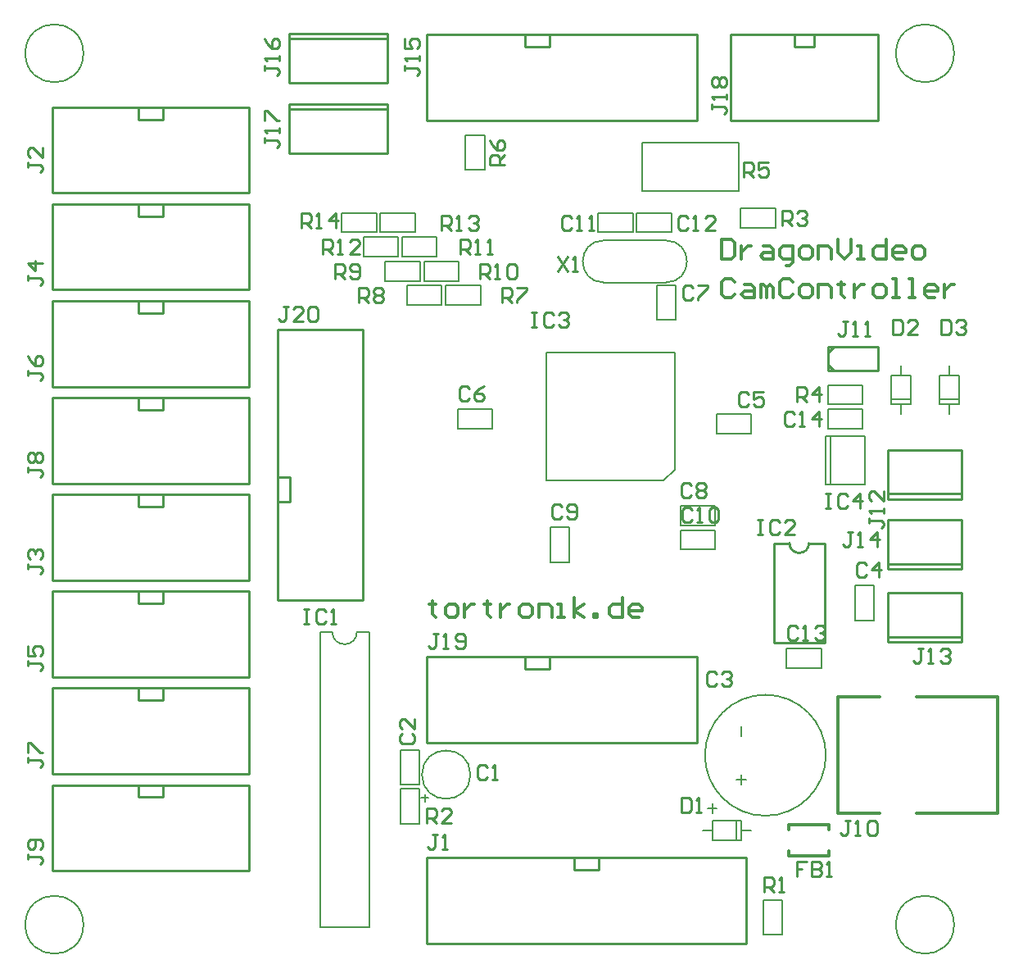
<source format=gto>
%FSLAX25Y25*%
%MOIN*%
G70*
G01*
G75*
G04 Layer_Color=65535*
%ADD10R,0.04331X0.05512*%
%ADD11R,0.05512X0.04331*%
%ADD12R,0.05906X0.05000*%
%ADD13R,0.03937X0.01575*%
%ADD14R,0.04724X0.01181*%
%ADD15R,0.01181X0.04724*%
%ADD16R,0.04921X0.01181*%
%ADD17C,0.01181*%
%ADD18C,0.05906*%
%ADD19C,0.01969*%
%ADD20C,0.03937*%
%ADD21C,0.04331*%
%ADD22C,0.11811*%
%ADD23C,0.06000*%
%ADD24C,0.06693*%
%ADD25C,0.05906*%
%ADD26C,0.06299*%
%ADD27O,0.06299X0.06535*%
%ADD28O,0.06535X0.06299*%
%ADD29C,0.03937*%
%ADD30C,0.03543*%
%ADD31C,0.00787*%
%ADD32C,0.01000*%
D17*
X531890Y244685D02*
Y246654D01*
Y255315D02*
Y257283D01*
X515354Y255315D02*
Y257283D01*
Y244685D02*
Y246654D01*
Y257283D02*
X531890D01*
X515354Y244685D02*
X531890D01*
X567323Y309134D02*
X600394D01*
X535433D02*
X552362D01*
X535433Y261732D02*
X552362D01*
X567323Y261811D02*
X600394D01*
X535433Y261732D02*
Y285433D01*
Y309134D01*
X600394Y261811D02*
Y309134D01*
Y261732D02*
Y261811D01*
X370406Y348095D02*
Y346783D01*
X369094D01*
X371718D01*
X370406D01*
Y342847D01*
X371718Y341535D01*
X376966D02*
X379590D01*
X380902Y342847D01*
Y345471D01*
X379590Y346783D01*
X376966D01*
X375654Y345471D01*
Y342847D01*
X376966Y341535D01*
X383525Y346783D02*
Y341535D01*
Y344159D01*
X384837Y345471D01*
X386149Y346783D01*
X387461D01*
X392709Y348095D02*
Y346783D01*
X391397D01*
X394021D01*
X392709D01*
Y342847D01*
X394021Y341535D01*
X397957Y346783D02*
Y341535D01*
Y344159D01*
X399269Y345471D01*
X400580Y346783D01*
X401892D01*
X407140Y341535D02*
X409764D01*
X411076Y342847D01*
Y345471D01*
X409764Y346783D01*
X407140D01*
X405828Y345471D01*
Y342847D01*
X407140Y341535D01*
X413699D02*
Y346783D01*
X417635D01*
X418947Y345471D01*
Y341535D01*
X421571D02*
X424195D01*
X422883D01*
Y346783D01*
X421571D01*
X428131Y341535D02*
Y349407D01*
Y344159D02*
X432066Y346783D01*
X428131Y344159D02*
X432066Y341535D01*
X436002D02*
Y342847D01*
X437314D01*
Y341535D01*
X436002D01*
X447809Y349407D02*
Y341535D01*
X443874D01*
X442562Y342847D01*
Y345471D01*
X443874Y346783D01*
X447809D01*
X454369Y341535D02*
X451745D01*
X450433Y342847D01*
Y345471D01*
X451745Y346783D01*
X454369D01*
X455681Y345471D01*
Y344159D01*
X450433D01*
X488189Y495076D02*
Y487205D01*
X492125D01*
X493437Y488517D01*
Y493764D01*
X492125Y495076D01*
X488189D01*
X496061Y492452D02*
Y487205D01*
Y489828D01*
X497372Y491141D01*
X498684Y492452D01*
X499996D01*
X505244D02*
X507868D01*
X509180Y491141D01*
Y487205D01*
X505244D01*
X503932Y488517D01*
X505244Y489828D01*
X509180D01*
X514427Y484581D02*
X515739D01*
X517051Y485893D01*
Y492452D01*
X513115D01*
X511803Y491141D01*
Y488517D01*
X513115Y487205D01*
X517051D01*
X520987D02*
X523611D01*
X524923Y488517D01*
Y491141D01*
X523611Y492452D01*
X520987D01*
X519675Y491141D01*
Y488517D01*
X520987Y487205D01*
X527546D02*
Y492452D01*
X531482D01*
X532794Y491141D01*
Y487205D01*
X535418Y495076D02*
Y489828D01*
X538042Y487205D01*
X540665Y489828D01*
Y495076D01*
X543289Y487205D02*
X545913D01*
X544601D01*
Y492452D01*
X543289D01*
X555097Y495076D02*
Y487205D01*
X551161D01*
X549849Y488517D01*
Y491141D01*
X551161Y492452D01*
X555097D01*
X561656Y487205D02*
X559032D01*
X557720Y488517D01*
Y491141D01*
X559032Y492452D01*
X561656D01*
X562968Y491141D01*
Y489828D01*
X557720D01*
X566904Y487205D02*
X569528D01*
X570840Y488517D01*
Y491141D01*
X569528Y492452D01*
X566904D01*
X565592Y491141D01*
Y488517D01*
X566904Y487205D01*
X493437Y478016D02*
X492125Y479328D01*
X489501D01*
X488189Y478016D01*
Y472769D01*
X489501Y471457D01*
X492125D01*
X493437Y472769D01*
X497372Y476704D02*
X499996D01*
X501308Y475392D01*
Y471457D01*
X497372D01*
X496061Y472769D01*
X497372Y474081D01*
X501308D01*
X503932Y471457D02*
Y476704D01*
X505244D01*
X506556Y475392D01*
Y471457D01*
Y475392D01*
X507868Y476704D01*
X509180Y475392D01*
Y471457D01*
X517051Y478016D02*
X515739Y479328D01*
X513115D01*
X511803Y478016D01*
Y472769D01*
X513115Y471457D01*
X515739D01*
X517051Y472769D01*
X520987Y471457D02*
X523611D01*
X524923Y472769D01*
Y475392D01*
X523611Y476704D01*
X520987D01*
X519675Y475392D01*
Y472769D01*
X520987Y471457D01*
X527546D02*
Y476704D01*
X531482D01*
X532794Y475392D01*
Y471457D01*
X536730Y478016D02*
Y476704D01*
X535418D01*
X538042D01*
X536730D01*
Y472769D01*
X538042Y471457D01*
X541977Y476704D02*
Y471457D01*
Y474081D01*
X543289Y475392D01*
X544601Y476704D01*
X545913D01*
X551161Y471457D02*
X553785D01*
X555097Y472769D01*
Y475392D01*
X553785Y476704D01*
X551161D01*
X549849Y475392D01*
Y472769D01*
X551161Y471457D01*
X557720D02*
X560344D01*
X559032D01*
Y479328D01*
X557720D01*
X564280Y471457D02*
X566904D01*
X565592D01*
Y479328D01*
X564280D01*
X574775Y471457D02*
X572151D01*
X570840Y472769D01*
Y475392D01*
X572151Y476704D01*
X574775D01*
X576087Y475392D01*
Y474081D01*
X570840D01*
X578711Y476704D02*
Y471457D01*
Y474081D01*
X580023Y475392D01*
X581335Y476704D01*
X582647D01*
D31*
X385827Y277559D02*
G03*
X385827Y277559I-9843J0D01*
G01*
X465413Y477677D02*
G03*
X465413Y494764I0J8543D01*
G01*
X440098D02*
G03*
X440098Y477677I0J-8543D01*
G01*
X329646Y335591D02*
G03*
X339646Y335591I5000J0D01*
G01*
X530512Y285433D02*
G03*
X530512Y285433I-24606J0D01*
G01*
X228346Y216535D02*
G03*
X228346Y216535I-11811J0D01*
G01*
Y570866D02*
G03*
X228346Y570866I-11811J0D01*
G01*
X582677D02*
G03*
X582677Y570866I-11811J0D01*
G01*
Y216535D02*
G03*
X582677Y216535I-11811J0D01*
G01*
X362598Y505905D02*
X363386D01*
Y502756D02*
Y505905D01*
Y498032D02*
Y502756D01*
X358661Y498032D02*
X363386D01*
X349213D02*
X358661D01*
X349213D02*
Y504331D01*
Y505905D01*
X361417D01*
X362598D01*
X371457Y496063D02*
X372244D01*
Y492913D02*
Y496063D01*
Y488189D02*
Y492913D01*
X367520Y488189D02*
X372244D01*
X358071D02*
X367520D01*
X358071D02*
Y494488D01*
Y496063D01*
X370276D01*
X371457D01*
X351181Y478346D02*
X351969D01*
X351181D02*
Y481496D01*
Y486221D01*
X355906D01*
X365354D01*
Y479921D02*
Y486221D01*
Y478346D02*
Y479921D01*
X353150Y478346D02*
X365354D01*
X351969D02*
X353150D01*
X360039Y468504D02*
X360827D01*
X360039D02*
Y471654D01*
Y476378D01*
X364764D01*
X374213D01*
Y470079D02*
Y476378D01*
Y468504D02*
Y470079D01*
X362008Y468504D02*
X374213D01*
X360827D02*
X362008D01*
X389173Y476378D02*
X389961D01*
Y473228D02*
Y476378D01*
Y468504D02*
Y473228D01*
X385236Y468504D02*
X389961D01*
X375787D02*
X385236D01*
X375787D02*
Y474803D01*
Y476378D01*
X387992D01*
X389173D01*
X380315Y486221D02*
X381102D01*
Y483071D02*
Y486221D01*
Y478346D02*
Y483071D01*
X376378Y478346D02*
X381102D01*
X366929D02*
X376378D01*
X366929D02*
Y484646D01*
Y486221D01*
X379134D01*
X380315D01*
X342323Y488189D02*
X343110D01*
X342323D02*
Y491339D01*
Y496063D01*
X347047D01*
X356496D01*
Y489764D02*
Y496063D01*
Y488189D02*
Y489764D01*
X344291Y488189D02*
X356496D01*
X343110D02*
X344291D01*
X333465Y498032D02*
X334252D01*
X333465D02*
Y501181D01*
Y505905D01*
X338189D01*
X347638D01*
Y499606D02*
Y505905D01*
Y498032D02*
Y499606D01*
X335433Y498032D02*
X347638D01*
X334252D02*
X335433D01*
X367323Y266535D02*
Y269685D01*
X365748Y268110D02*
X368898D01*
X357283Y286811D02*
Y287598D01*
X360433D01*
X365158D01*
Y282874D02*
Y287598D01*
Y273425D02*
Y282874D01*
X358858Y273425D02*
X365158D01*
X357283D02*
X358858D01*
X357283D02*
Y285630D01*
Y286811D01*
X365158Y258465D02*
Y259646D01*
Y271850D01*
X363583D02*
X365158D01*
X357283D02*
X363583D01*
X357283Y262402D02*
Y271850D01*
Y257677D02*
Y262402D01*
Y257677D02*
X362008D01*
X365158D01*
Y258465D01*
X486024Y416339D02*
X486811D01*
X486024D02*
Y419488D01*
Y424213D01*
X490748D01*
X500197D01*
Y417913D02*
Y424213D01*
Y416339D02*
Y417913D01*
X487992Y416339D02*
X500197D01*
X486811D02*
X487992D01*
X543504Y436024D02*
X544685D01*
X531299D02*
X543504D01*
X531299Y434449D02*
Y436024D01*
Y428150D02*
Y434449D01*
Y428150D02*
X540748D01*
X545472D01*
Y432874D01*
Y436024D01*
X544685D02*
X545472D01*
X544685Y426181D02*
X545472D01*
Y423032D02*
Y426181D01*
Y418307D02*
Y423032D01*
X540748Y418307D02*
X545472D01*
X531299D02*
X540748D01*
X531299D02*
Y424606D01*
Y426181D01*
X543504D01*
X544685D01*
X532480Y395669D02*
Y415354D01*
X530512D02*
X546260D01*
X530512Y395669D02*
X546260D01*
X530512D02*
Y415354D01*
X546260Y395669D02*
Y415354D01*
X461614Y475787D02*
Y476575D01*
X464764D01*
X469488D01*
Y471850D02*
Y476575D01*
Y462402D02*
Y471850D01*
X463189Y462402D02*
X469488D01*
X461614D02*
X463189D01*
X461614D02*
Y474606D01*
Y475787D01*
X455709Y534449D02*
X475394D01*
X455709Y514764D02*
Y534449D01*
Y514764D02*
X495079D01*
Y534449D01*
X475394D02*
X495079D01*
X508071Y507874D02*
X509252D01*
X495866D02*
X508071D01*
X495866Y506299D02*
Y507874D01*
Y500000D02*
Y506299D01*
Y500000D02*
X505315D01*
X510039D01*
Y504724D01*
Y507874D01*
X509252D02*
X510039D01*
X466929Y505905D02*
X467717D01*
Y502756D02*
Y505905D01*
Y498032D02*
Y502756D01*
X462992Y498032D02*
X467717D01*
X453543D02*
X462992D01*
X453543D02*
Y504331D01*
Y505905D01*
X465748D01*
X466929D01*
X437795Y498032D02*
X438583D01*
X437795D02*
Y501181D01*
Y505905D01*
X442520D01*
X451968D01*
Y499606D02*
Y505905D01*
Y498032D02*
Y499606D01*
X439764Y498032D02*
X451968D01*
X438583D02*
X439764D01*
X440098Y477677D02*
X465413D01*
X440098Y494764D02*
X465413D01*
X383858Y535630D02*
Y536811D01*
Y523425D02*
Y535630D01*
Y523425D02*
X385433D01*
X391732D01*
Y532874D01*
Y537598D01*
X387008D02*
X391732D01*
X383858D02*
X387008D01*
X383858Y536811D02*
Y537598D01*
X339646Y335591D02*
X344646D01*
Y330591D02*
Y335591D01*
Y325590D02*
Y330591D01*
X324646Y335591D02*
X329646D01*
X344646Y215591D02*
Y325590D01*
X324646Y215591D02*
X344646D01*
X324646D02*
Y335591D01*
X512795Y213189D02*
Y214370D01*
Y226575D01*
X511221D02*
X512795D01*
X504921D02*
X511221D01*
X504921Y217126D02*
Y226575D01*
Y212402D02*
Y217126D01*
Y212402D02*
X509646D01*
X512795D01*
Y213189D01*
X468957Y401654D02*
Y449272D01*
X416870D02*
X468957D01*
X416870Y397185D02*
Y449272D01*
Y397185D02*
X464488D01*
X468957Y401654D01*
X561024Y424213D02*
Y428150D01*
X559055D02*
X561024D01*
X557087D02*
X559055D01*
X557087D02*
Y439961D01*
X564961D01*
Y428150D02*
Y439961D01*
X561024Y428150D02*
X564961D01*
X561024Y439961D02*
Y443898D01*
X557087Y430118D02*
X564961D01*
X580709Y424213D02*
Y428150D01*
X578740D02*
X580709D01*
X576772D02*
X578740D01*
X576772D02*
Y439961D01*
X584646D01*
Y428150D02*
Y439961D01*
X580709Y428150D02*
X584646D01*
X580709Y439961D02*
Y443898D01*
X576772Y430118D02*
X584646D01*
X527953Y328740D02*
X528740D01*
Y325590D02*
Y328740D01*
Y320866D02*
Y325590D01*
X524016Y320866D02*
X528740D01*
X514567D02*
X524016D01*
X514567D02*
Y327165D01*
Y328740D01*
X526772D01*
X527953D01*
X484646Y376969D02*
X485433D01*
Y373819D02*
Y376969D01*
Y369094D02*
Y373819D01*
X480709Y369094D02*
X485433D01*
X471260D02*
X480709D01*
X471260D02*
Y375394D01*
Y376969D01*
X483465D01*
X484646D01*
X394094Y426181D02*
X394882D01*
Y423032D02*
Y426181D01*
Y418307D02*
Y423032D01*
X390158Y418307D02*
X394882D01*
X380709D02*
X390158D01*
X380709D02*
Y424606D01*
Y426181D01*
X392913D01*
X394094D01*
X484646Y386811D02*
X485433D01*
Y383661D02*
Y386811D01*
Y378937D02*
Y383661D01*
X480709Y378937D02*
X485433D01*
X471260D02*
X480709D01*
X471260D02*
Y385236D01*
Y386811D01*
X483465D01*
X484646D01*
X426181Y363976D02*
Y364764D01*
X423032Y363976D02*
X426181D01*
X418307D02*
X423032D01*
X418307D02*
Y368701D01*
Y378150D01*
X424606D01*
X426181D01*
Y365945D02*
Y378150D01*
Y364764D02*
Y365945D01*
X496063Y254921D02*
X500000D01*
X496063Y252953D02*
Y254921D01*
Y250984D02*
Y252953D01*
X484252Y250984D02*
X496063D01*
X484252D02*
Y258858D01*
X496063D01*
Y254921D02*
Y258858D01*
X480315Y254921D02*
X484252D01*
X494095Y250984D02*
Y258858D01*
X482283Y263779D02*
X486221D01*
X484252Y261811D02*
Y265748D01*
X496063Y293307D02*
Y297244D01*
X494095Y275590D02*
X498032D01*
X496063Y273622D02*
Y277559D01*
X542323Y353740D02*
Y354528D01*
X545472D01*
X550197D01*
Y349803D02*
Y354528D01*
Y340354D02*
Y349803D01*
X543898Y340354D02*
X550197D01*
X542323D02*
X543898D01*
X542323D02*
Y352559D01*
Y353740D01*
D32*
X515748Y371654D02*
G03*
X523622Y371654I3937J0D01*
G01*
X555709Y351535D02*
X585709D01*
X555709Y331535D02*
X585709D01*
Y351535D01*
X555709Y331535D02*
Y351535D01*
Y333661D02*
X585709D01*
X555709Y381063D02*
X585709D01*
X555709Y361063D02*
X585709D01*
Y381063D01*
X555709Y361063D02*
Y381063D01*
Y363189D02*
X585709D01*
X555709Y409606D02*
X585709D01*
X555709Y389606D02*
X585709D01*
Y409606D01*
X555709Y389606D02*
Y409606D01*
Y391732D02*
X585709D01*
X531339Y444350D02*
X533839Y441890D01*
X531339Y449350D02*
X533839Y451575D01*
X531339Y441890D02*
Y451575D01*
X551693D01*
Y441890D02*
Y451575D01*
X531339Y441890D02*
X551693D01*
X491653Y578406D02*
X551653D01*
X521654Y573622D02*
X525591D01*
Y578346D01*
X517717Y573622D02*
X521654D01*
X517717D02*
Y578346D01*
X491653Y543642D02*
X551653D01*
X491653D02*
X491732D01*
X491653D02*
Y578406D01*
X551653Y543642D02*
Y578406D01*
X466890Y578445D02*
X478228D01*
Y576024D02*
Y578445D01*
X466890Y543602D02*
X478228D01*
Y576024D01*
X368228Y578445D02*
X466890D01*
X418228Y573524D02*
Y578445D01*
X408228Y573524D02*
X418228D01*
X408228D02*
Y578445D01*
X368228Y543602D02*
X466890D01*
X368228D02*
Y578445D01*
X341929Y576772D02*
X351929D01*
X311929D02*
X341929D01*
X351929Y558898D02*
Y578898D01*
X311929Y558898D02*
Y578898D01*
X351929D01*
X311929Y558898D02*
X351929D01*
X341929Y548228D02*
X351929D01*
X311929D02*
X341929D01*
X351929Y530354D02*
Y550354D01*
X311929Y530354D02*
Y550354D01*
X351929D01*
X311929Y530354D02*
X351929D01*
X250905Y268406D02*
Y273327D01*
Y268406D02*
X260906D01*
Y273327D01*
X215905Y238484D02*
X284567D01*
X215905D02*
Y270905D01*
Y273327D01*
X284567D01*
X295905Y238484D02*
Y270905D01*
X284567Y238484D02*
X295905D01*
Y270905D02*
Y273327D01*
X284567D02*
X295905D01*
X250905Y307776D02*
Y312697D01*
Y307776D02*
X260906D01*
Y312697D01*
X215905Y277854D02*
X284567D01*
X215905D02*
Y310276D01*
Y312697D01*
X284567D01*
X295905Y277854D02*
Y310276D01*
X284567Y277854D02*
X295905D01*
Y310276D02*
Y312697D01*
X284567D02*
X295905D01*
X250905Y347146D02*
Y352067D01*
Y347146D02*
X260906D01*
Y352067D01*
X215905Y317224D02*
X284567D01*
X215905D02*
Y349646D01*
Y352067D01*
X284567D01*
X295905Y317224D02*
Y349646D01*
X284567Y317224D02*
X295905D01*
Y349646D02*
Y352067D01*
X284567D02*
X295905D01*
X250905Y386516D02*
Y391437D01*
Y386516D02*
X260906D01*
Y391437D01*
X215905Y356594D02*
X284567D01*
X215905D02*
Y389016D01*
Y391437D01*
X284567D01*
X295905Y356594D02*
Y389016D01*
X284567Y356594D02*
X295905D01*
Y389016D02*
Y391437D01*
X284567D02*
X295905D01*
X250905Y425886D02*
Y430807D01*
Y425886D02*
X260906D01*
Y430807D01*
X215905Y395965D02*
X284567D01*
X215905D02*
Y428386D01*
Y430807D01*
X284567D01*
X295905Y395965D02*
Y428386D01*
X284567Y395965D02*
X295905D01*
Y428386D02*
Y430807D01*
X284567D02*
X295905D01*
X250905Y465256D02*
Y470177D01*
Y465256D02*
X260906D01*
Y470177D01*
X215905Y435335D02*
X284567D01*
X215905D02*
Y467756D01*
Y470177D01*
X284567D01*
X295905Y435335D02*
Y467756D01*
X284567Y435335D02*
X295905D01*
Y467756D02*
Y470177D01*
X284567D02*
X295905D01*
X250905Y504626D02*
Y509547D01*
Y504626D02*
X260906D01*
Y509547D01*
X215905Y474705D02*
X284567D01*
X215905D02*
Y507126D01*
Y509547D01*
X284567D01*
X295905Y474705D02*
Y507126D01*
X284567Y474705D02*
X295905D01*
Y507126D02*
Y509547D01*
X284567D02*
X295905D01*
X250905Y543996D02*
Y548917D01*
Y543996D02*
X260906D01*
Y548917D01*
X215905Y514075D02*
X284567D01*
X215905D02*
Y546496D01*
Y548917D01*
X284567D01*
X295905Y514075D02*
Y546496D01*
X284567Y514075D02*
X295905D01*
Y546496D02*
Y548917D01*
X284567D02*
X295905D01*
X486732Y243799D02*
X498071D01*
Y241378D02*
Y243799D01*
X486732Y208957D02*
X498071D01*
Y241378D01*
X368071Y243799D02*
X486732D01*
X438071Y238878D02*
Y243799D01*
X428071Y238878D02*
X438071D01*
X428071D02*
Y243799D01*
X368071Y208957D02*
X486732D01*
X368071D02*
Y243799D01*
X509252Y371654D02*
X515748D01*
X523622D02*
X530118D01*
X509252Y331102D02*
X530118D01*
X509252D02*
Y371654D01*
X530118Y331102D02*
Y371654D01*
X307382Y447205D02*
Y458543D01*
X309803D01*
X342224Y447205D02*
Y458543D01*
X309803D02*
X342224D01*
X307382Y348543D02*
Y447205D01*
Y398543D02*
X312303D01*
Y388543D02*
Y398543D01*
X307382Y388543D02*
X312303D01*
X342224Y348543D02*
Y447205D01*
X307382Y348543D02*
X342224D01*
X466890Y325492D02*
X478228D01*
Y323071D02*
Y325492D01*
X466890Y290650D02*
X478228D01*
Y323071D01*
X368228Y325492D02*
X466890D01*
X418228Y320571D02*
Y325492D01*
X408228Y320571D02*
X418228D01*
X408228D02*
Y325492D01*
X368228Y290650D02*
X466890D01*
X368228D02*
Y325492D01*
X316929Y500000D02*
Y505998D01*
X319928D01*
X320928Y504998D01*
Y502999D01*
X319928Y501999D01*
X316929D01*
X318929D02*
X320928Y500000D01*
X322927D02*
X324926D01*
X323927D01*
Y505998D01*
X322927Y504998D01*
X330925Y500000D02*
Y505998D01*
X327926Y502999D01*
X331924D01*
X374016Y499016D02*
Y505014D01*
X377015D01*
X378014Y504014D01*
Y502015D01*
X377015Y501015D01*
X374016D01*
X376015D02*
X378014Y499016D01*
X380014D02*
X382013D01*
X381013D01*
Y505014D01*
X380014Y504014D01*
X385012D02*
X386012Y505014D01*
X388011D01*
X389011Y504014D01*
Y503015D01*
X388011Y502015D01*
X387012D01*
X388011D01*
X389011Y501015D01*
Y500015D01*
X388011Y499016D01*
X386012D01*
X385012Y500015D01*
X325787Y489173D02*
Y495171D01*
X328786D01*
X329786Y494172D01*
Y492172D01*
X328786Y491173D01*
X325787D01*
X327787D02*
X329786Y489173D01*
X331785D02*
X333785D01*
X332785D01*
Y495171D01*
X331785Y494172D01*
X340782Y489173D02*
X336784D01*
X340782Y493172D01*
Y494172D01*
X339783Y495171D01*
X337784D01*
X336784Y494172D01*
X381890Y489173D02*
Y495171D01*
X384889D01*
X385889Y494172D01*
Y492172D01*
X384889Y491173D01*
X381890D01*
X383889D02*
X385889Y489173D01*
X387888D02*
X389887D01*
X388888D01*
Y495171D01*
X387888Y494172D01*
X392886Y489173D02*
X394886D01*
X393886D01*
Y495171D01*
X392886Y494172D01*
X389764Y479331D02*
Y485329D01*
X392763D01*
X393762Y484329D01*
Y482330D01*
X392763Y481330D01*
X389764D01*
X391763D02*
X393762Y479331D01*
X395762D02*
X397761D01*
X396761D01*
Y485329D01*
X395762Y484329D01*
X400760D02*
X401760Y485329D01*
X403759D01*
X404759Y484329D01*
Y480330D01*
X403759Y479331D01*
X401760D01*
X400760Y480330D01*
Y484329D01*
X330709Y479331D02*
Y485329D01*
X333708D01*
X334707Y484329D01*
Y482330D01*
X333708Y481330D01*
X330709D01*
X332708D02*
X334707Y479331D01*
X336707Y480330D02*
X337706Y479331D01*
X339706D01*
X340705Y480330D01*
Y484329D01*
X339706Y485329D01*
X337706D01*
X336707Y484329D01*
Y483329D01*
X337706Y482330D01*
X340705D01*
X340551Y469488D02*
Y475486D01*
X343550D01*
X344550Y474487D01*
Y472487D01*
X343550Y471488D01*
X340551D01*
X342550D02*
X344550Y469488D01*
X346549Y474487D02*
X347549Y475486D01*
X349548D01*
X350548Y474487D01*
Y473487D01*
X349548Y472487D01*
X350548Y471488D01*
Y470488D01*
X349548Y469488D01*
X347549D01*
X346549Y470488D01*
Y471488D01*
X347549Y472487D01*
X346549Y473487D01*
Y474487D01*
X347549Y472487D02*
X349548D01*
X398622Y469488D02*
Y475486D01*
X401621D01*
X402621Y474487D01*
Y472487D01*
X401621Y471488D01*
X398622D01*
X400621D02*
X402621Y469488D01*
X404620Y475486D02*
X408619D01*
Y474487D01*
X404620Y470488D01*
Y469488D01*
X392778Y280589D02*
X391779Y281589D01*
X389779D01*
X388779Y280589D01*
Y276590D01*
X389779Y275590D01*
X391779D01*
X392778Y276590D01*
X394778Y275590D02*
X396777D01*
X395777D01*
Y281589D01*
X394778Y280589D01*
X358191Y294353D02*
X357191Y293353D01*
Y291354D01*
X358191Y290354D01*
X362189D01*
X363189Y291354D01*
Y293353D01*
X362189Y294353D01*
X363189Y300351D02*
Y296352D01*
X359190Y300351D01*
X358191D01*
X357191Y299351D01*
Y297352D01*
X358191Y296352D01*
X485915Y318424D02*
X484915Y319423D01*
X482915D01*
X481916Y318424D01*
Y314425D01*
X482915Y313425D01*
X484915D01*
X485915Y314425D01*
X487914Y318424D02*
X488913Y319423D01*
X490913D01*
X491913Y318424D01*
Y317424D01*
X490913Y316424D01*
X489913D01*
X490913D01*
X491913Y315424D01*
Y314425D01*
X490913Y313425D01*
X488913D01*
X487914Y314425D01*
X546930Y362914D02*
X545930Y363914D01*
X543931D01*
X542932Y362914D01*
Y358915D01*
X543931Y357916D01*
X545930D01*
X546930Y358915D01*
X551929Y357916D02*
Y363914D01*
X548930Y360915D01*
X552928D01*
X499078Y432164D02*
X498078Y433163D01*
X496078D01*
X495079Y432164D01*
Y428165D01*
X496078Y427165D01*
X498078D01*
X499078Y428165D01*
X505076Y433163D02*
X501077D01*
Y430164D01*
X503076Y431164D01*
X504076D01*
X505076Y430164D01*
Y428165D01*
X504076Y427165D01*
X502076D01*
X501077Y428165D01*
X385293Y434572D02*
X384294Y435571D01*
X382294D01*
X381294Y434572D01*
Y430573D01*
X382294Y429573D01*
X384294D01*
X385293Y430573D01*
X391291Y435571D02*
X389292Y434572D01*
X387293Y432572D01*
Y430573D01*
X388292Y429573D01*
X390292D01*
X391291Y430573D01*
Y431573D01*
X390292Y432572D01*
X387293D01*
X476440Y475471D02*
X475440Y476471D01*
X473441D01*
X472441Y475471D01*
Y471472D01*
X473441Y470472D01*
X475440D01*
X476440Y471472D01*
X478439Y476471D02*
X482438D01*
Y475471D01*
X478439Y471472D01*
Y470472D01*
X475899Y395230D02*
X474899Y396230D01*
X472900D01*
X471900Y395230D01*
Y391231D01*
X472900Y390231D01*
X474899D01*
X475899Y391231D01*
X477898Y395230D02*
X478898Y396230D01*
X480897D01*
X481897Y395230D01*
Y394230D01*
X480897Y393231D01*
X481897Y392231D01*
Y391231D01*
X480897Y390231D01*
X478898D01*
X477898Y391231D01*
Y392231D01*
X478898Y393231D01*
X477898Y394230D01*
Y395230D01*
X478898Y393231D02*
X480897D01*
X422962Y386561D02*
X421962Y387561D01*
X419963D01*
X418963Y386561D01*
Y382563D01*
X419963Y381563D01*
X421962D01*
X422962Y382563D01*
X424961D02*
X425961Y381563D01*
X427960D01*
X428960Y382563D01*
Y386561D01*
X427960Y387561D01*
X425961D01*
X424961Y386561D01*
Y385562D01*
X425961Y384562D01*
X428960D01*
X475914Y385330D02*
X474915Y386330D01*
X472915D01*
X471916Y385330D01*
Y381331D01*
X472915Y380331D01*
X474915D01*
X475914Y381331D01*
X477914Y380331D02*
X479913D01*
X478913D01*
Y386330D01*
X477914Y385330D01*
X482912D02*
X483912Y386330D01*
X485911D01*
X486911Y385330D01*
Y381331D01*
X485911Y380331D01*
X483912D01*
X482912Y381331D01*
Y385330D01*
X427227Y504014D02*
X426227Y505014D01*
X424228D01*
X423228Y504014D01*
Y500015D01*
X424228Y499016D01*
X426227D01*
X427227Y500015D01*
X429226Y499016D02*
X431226D01*
X430226D01*
Y505014D01*
X429226Y504014D01*
X434225Y499016D02*
X436224D01*
X435224D01*
Y505014D01*
X434225Y504014D01*
X474471D02*
X473471Y505014D01*
X471472D01*
X470472Y504014D01*
Y500015D01*
X471472Y499016D01*
X473471D01*
X474471Y500015D01*
X476471Y499016D02*
X478470D01*
X477470D01*
Y505014D01*
X476471Y504014D01*
X485468Y499016D02*
X481469D01*
X485468Y503015D01*
Y504014D01*
X484468Y505014D01*
X482469D01*
X481469Y504014D01*
X519199Y337083D02*
X518199Y338082D01*
X516200D01*
X515200Y337083D01*
Y333084D01*
X516200Y332084D01*
X518199D01*
X519199Y333084D01*
X521198Y332084D02*
X523197D01*
X522198D01*
Y338082D01*
X521198Y337083D01*
X526196D02*
X527196Y338082D01*
X529195D01*
X530195Y337083D01*
Y336083D01*
X529195Y335083D01*
X528196D01*
X529195D01*
X530195Y334084D01*
Y333084D01*
X529195Y332084D01*
X527196D01*
X526196Y333084D01*
X517778Y424290D02*
X516779Y425289D01*
X514779D01*
X513779Y424290D01*
Y420291D01*
X514779Y419291D01*
X516779D01*
X517778Y420291D01*
X519778Y419291D02*
X521777D01*
X520777D01*
Y425289D01*
X519778Y424290D01*
X527775Y419291D02*
Y425289D01*
X524776Y422290D01*
X528775D01*
X471758Y268250D02*
Y262252D01*
X474756D01*
X475756Y263252D01*
Y267250D01*
X474756Y268250D01*
X471758D01*
X477755Y262252D02*
X479755D01*
X478755D01*
Y268250D01*
X477755Y267250D01*
X557663Y462493D02*
Y456495D01*
X560662D01*
X561662Y457494D01*
Y461493D01*
X560662Y462493D01*
X557663D01*
X567660Y456495D02*
X563661D01*
X567660Y460493D01*
Y461493D01*
X566660Y462493D01*
X564661D01*
X563661Y461493D01*
X577390Y462467D02*
Y456468D01*
X580389D01*
X581389Y457468D01*
Y461467D01*
X580389Y462467D01*
X577390D01*
X583388Y461467D02*
X584387Y462467D01*
X586387D01*
X587387Y461467D01*
Y460467D01*
X586387Y459468D01*
X585387D01*
X586387D01*
X587387Y458468D01*
Y457468D01*
X586387Y456468D01*
X584387D01*
X583388Y457468D01*
X522699Y242218D02*
X518701D01*
Y239219D01*
X520700D01*
X518701D01*
Y236221D01*
X524699Y242218D02*
Y236221D01*
X527698D01*
X528698Y237220D01*
Y238220D01*
X527698Y239219D01*
X524699D01*
X527698D01*
X528698Y240219D01*
Y241219D01*
X527698Y242218D01*
X524699D01*
X530697Y236221D02*
X532696D01*
X531697D01*
Y242218D01*
X530697Y241219D01*
X318075Y344958D02*
X320074D01*
X319075D01*
Y338960D01*
X318075D01*
X320074D01*
X327072Y343958D02*
X326072Y344958D01*
X324073D01*
X323073Y343958D01*
Y339960D01*
X324073Y338960D01*
X326072D01*
X327072Y339960D01*
X329071Y338960D02*
X331071D01*
X330071D01*
Y344958D01*
X329071Y343958D01*
X502747Y381198D02*
X504747D01*
X503747D01*
Y375200D01*
X502747D01*
X504747D01*
X511744Y380198D02*
X510745Y381198D01*
X508745D01*
X507746Y380198D01*
Y376200D01*
X508745Y375200D01*
X510745D01*
X511744Y376200D01*
X517742Y375200D02*
X513744D01*
X517742Y379199D01*
Y380198D01*
X516743Y381198D01*
X514743D01*
X513744Y380198D01*
X410642Y465471D02*
X412642D01*
X411642D01*
Y459472D01*
X410642D01*
X412642D01*
X419640Y464471D02*
X418640Y465471D01*
X416641D01*
X415641Y464471D01*
Y460472D01*
X416641Y459472D01*
X418640D01*
X419640Y460472D01*
X421639Y464471D02*
X422639Y465471D01*
X424638D01*
X425638Y464471D01*
Y463471D01*
X424638Y462471D01*
X423638D01*
X424638D01*
X425638Y461472D01*
Y460472D01*
X424638Y459472D01*
X422639D01*
X421639Y460472D01*
X530512Y391825D02*
X532511D01*
X531511D01*
Y385827D01*
X530512D01*
X532511D01*
X539509Y390825D02*
X538509Y391825D01*
X536510D01*
X535510Y390825D01*
Y386826D01*
X536510Y385827D01*
X538509D01*
X539509Y386826D01*
X544507Y385827D02*
Y391825D01*
X541508Y388826D01*
X545507D01*
X372569Y253256D02*
X370569D01*
X371569D01*
Y248257D01*
X370569Y247257D01*
X369570D01*
X368570Y248257D01*
X374568Y247257D02*
X376568D01*
X375568D01*
Y253256D01*
X374568Y252256D01*
X205616Y526637D02*
Y524637D01*
Y525637D01*
X210614D01*
X211614Y524637D01*
Y523637D01*
X210614Y522638D01*
X211614Y532635D02*
Y528636D01*
X207615Y532635D01*
X206616D01*
X205616Y531635D01*
Y529635D01*
X206616Y528636D01*
X205616Y363251D02*
Y361251D01*
Y362251D01*
X210614D01*
X211614Y361251D01*
Y360252D01*
X210614Y359252D01*
X206616Y365250D02*
X205616Y366250D01*
Y368249D01*
X206616Y369249D01*
X207615D01*
X208615Y368249D01*
Y367249D01*
Y368249D01*
X209615Y369249D01*
X210614D01*
X211614Y368249D01*
Y366250D01*
X210614Y365250D01*
X205616Y480377D02*
Y478377D01*
Y479377D01*
X210614D01*
X211614Y478377D01*
Y477378D01*
X210614Y476378D01*
X211614Y485375D02*
X205616D01*
X208615Y482376D01*
Y486375D01*
X205616Y323881D02*
Y321881D01*
Y322881D01*
X210614D01*
X211614Y321881D01*
Y320882D01*
X210614Y319882D01*
X205616Y329879D02*
Y325880D01*
X208615D01*
X207615Y327879D01*
Y328879D01*
X208615Y329879D01*
X210614D01*
X211614Y328879D01*
Y326880D01*
X210614Y325880D01*
X205616Y441991D02*
Y439992D01*
Y440991D01*
X210614D01*
X211614Y439992D01*
Y438992D01*
X210614Y437992D01*
X205616Y447989D02*
X206616Y445990D01*
X208615Y443990D01*
X210614D01*
X211614Y444990D01*
Y446989D01*
X210614Y447989D01*
X209615D01*
X208615Y446989D01*
Y443990D01*
X205616Y284510D02*
Y282511D01*
Y283511D01*
X210614D01*
X211614Y282511D01*
Y281511D01*
X210614Y280512D01*
X205616Y286510D02*
Y290509D01*
X206616D01*
X210614Y286510D01*
X211614D01*
X205616Y402621D02*
Y400621D01*
Y401621D01*
X210614D01*
X211614Y400621D01*
Y399622D01*
X210614Y398622D01*
X206616Y404620D02*
X205616Y405620D01*
Y407619D01*
X206616Y408619D01*
X207615D01*
X208615Y407619D01*
X209615Y408619D01*
X210614D01*
X211614Y407619D01*
Y405620D01*
X210614Y404620D01*
X209615D01*
X208615Y405620D01*
X207615Y404620D01*
X206616D01*
X208615Y405620D02*
Y407619D01*
X205616Y245140D02*
Y243141D01*
Y244141D01*
X210614D01*
X211614Y243141D01*
Y242141D01*
X210614Y241142D01*
Y247140D02*
X211614Y248140D01*
Y250139D01*
X210614Y251138D01*
X206616D01*
X205616Y250139D01*
Y248140D01*
X206616Y247140D01*
X207615D01*
X208615Y248140D01*
Y251138D01*
X540416Y258951D02*
X538417D01*
X539416D01*
Y253952D01*
X538417Y252953D01*
X537417D01*
X536417Y253952D01*
X542415Y252953D02*
X544415D01*
X543415D01*
Y258951D01*
X542415Y257951D01*
X547414D02*
X548413Y258951D01*
X550413D01*
X551412Y257951D01*
Y253952D01*
X550413Y252953D01*
X548413D01*
X547414Y253952D01*
Y257951D01*
X539432Y461707D02*
X537432D01*
X538432D01*
Y456708D01*
X537432Y455709D01*
X536433D01*
X535433Y456708D01*
X541431Y455709D02*
X543431D01*
X542431D01*
Y461707D01*
X541431Y460707D01*
X546429Y455709D02*
X548429D01*
X547429D01*
Y461707D01*
X546429Y460707D01*
X548136Y381951D02*
Y379952D01*
Y380952D01*
X553134D01*
X554134Y379952D01*
Y378952D01*
X553134Y377953D01*
X554134Y383951D02*
Y385950D01*
Y384950D01*
X548136D01*
X549135Y383951D01*
X554134Y392948D02*
Y388949D01*
X550135Y392948D01*
X549135D01*
X548136Y391948D01*
Y389949D01*
X549135Y388949D01*
X569944Y328833D02*
X567944D01*
X568944D01*
Y323834D01*
X567944Y322835D01*
X566945D01*
X565945Y323834D01*
X571943Y322835D02*
X573942D01*
X572943D01*
Y328833D01*
X571943Y327833D01*
X576941D02*
X577941Y328833D01*
X579940D01*
X580940Y327833D01*
Y326833D01*
X579940Y325834D01*
X578941D01*
X579940D01*
X580940Y324834D01*
Y323834D01*
X579940Y322835D01*
X577941D01*
X576941Y323834D01*
X541400Y376077D02*
X539401D01*
X540401D01*
Y371078D01*
X539401Y370079D01*
X538401D01*
X537402Y371078D01*
X543400Y370079D02*
X545399D01*
X544399D01*
Y376077D01*
X543400Y375077D01*
X551397Y370079D02*
Y376077D01*
X548398Y373078D01*
X552397D01*
X359159Y566007D02*
Y564007D01*
Y565007D01*
X364158D01*
X365158Y564007D01*
Y563007D01*
X364158Y562008D01*
X365158Y568006D02*
Y570005D01*
Y569006D01*
X359159D01*
X360159Y568006D01*
X359159Y577003D02*
Y573004D01*
X362158D01*
X361159Y575004D01*
Y576003D01*
X362158Y577003D01*
X364158D01*
X365158Y576003D01*
Y574004D01*
X364158Y573004D01*
X505500Y230016D02*
Y236014D01*
X508499D01*
X509499Y235014D01*
Y233015D01*
X508499Y232015D01*
X505500D01*
X507499D02*
X509499Y230016D01*
X511498D02*
X513497D01*
X512498D01*
Y236014D01*
X511498Y235014D01*
X368110Y257874D02*
Y263872D01*
X371109D01*
X372109Y262872D01*
Y260873D01*
X371109Y259873D01*
X368110D01*
X370110D02*
X372109Y257874D01*
X378107D02*
X374108D01*
X378107Y261873D01*
Y262872D01*
X377107Y263872D01*
X375108D01*
X374108Y262872D01*
X512795Y500984D02*
Y506982D01*
X515794D01*
X516794Y505983D01*
Y503983D01*
X515794Y502984D01*
X512795D01*
X514795D02*
X516794Y500984D01*
X518793Y505983D02*
X519793Y506982D01*
X521792D01*
X522792Y505983D01*
Y504983D01*
X521792Y503983D01*
X520793D01*
X521792D01*
X522792Y502984D01*
Y501984D01*
X521792Y500984D01*
X519793D01*
X518793Y501984D01*
X518701Y429134D02*
Y435132D01*
X521700D01*
X522699Y434132D01*
Y432133D01*
X521700Y431133D01*
X518701D01*
X520700D02*
X522699Y429134D01*
X527698D02*
Y435132D01*
X524699Y432133D01*
X528698D01*
X497047Y520669D02*
Y526667D01*
X500046D01*
X501046Y525668D01*
Y523668D01*
X500046Y522669D01*
X497047D01*
X499047D02*
X501046Y520669D01*
X507044Y526667D02*
X503045D01*
Y523668D01*
X505045Y524668D01*
X506044D01*
X507044Y523668D01*
Y521669D01*
X506044Y520669D01*
X504045D01*
X503045Y521669D01*
X399606Y525591D02*
X393608D01*
Y528590D01*
X394608Y529589D01*
X396607D01*
X397607Y528590D01*
Y525591D01*
Y527590D02*
X399606Y529589D01*
X393608Y535587D02*
X394608Y533588D01*
X396607Y531589D01*
X398607D01*
X399606Y532588D01*
Y534588D01*
X398607Y535587D01*
X397607D01*
X396607Y534588D01*
Y531589D01*
X421260Y488281D02*
X425259Y482283D01*
Y488281D02*
X421260Y482283D01*
X427258D02*
X429257D01*
X428258D01*
Y488281D01*
X427258Y487282D01*
X302073Y566007D02*
Y564007D01*
Y565007D01*
X307071D01*
X308071Y564007D01*
Y563007D01*
X307071Y562008D01*
X308071Y568006D02*
Y570005D01*
Y569006D01*
X302073D01*
X303073Y568006D01*
X302073Y577003D02*
X303073Y575004D01*
X305072Y573004D01*
X307071D01*
X308071Y574004D01*
Y576003D01*
X307071Y577003D01*
X306071D01*
X305072Y576003D01*
Y573004D01*
X302073Y536479D02*
Y534480D01*
Y535479D01*
X307071D01*
X308071Y534480D01*
Y533480D01*
X307071Y532480D01*
X308071Y538478D02*
Y540478D01*
Y539478D01*
X302073D01*
X303073Y538478D01*
X302073Y543477D02*
Y547475D01*
X303073D01*
X307071Y543477D01*
X308071D01*
X484159Y550259D02*
Y548259D01*
Y549259D01*
X489158D01*
X490158Y548259D01*
Y547260D01*
X489158Y546260D01*
X490158Y552258D02*
Y554257D01*
Y553258D01*
X484159D01*
X485159Y552258D01*
Y557256D02*
X484159Y558256D01*
Y560255D01*
X485159Y561255D01*
X486159D01*
X487158Y560255D01*
X488158Y561255D01*
X489158D01*
X490158Y560255D01*
Y558256D01*
X489158Y557256D01*
X488158D01*
X487158Y558256D01*
X486159Y557256D01*
X485159D01*
X487158Y558256D02*
Y560255D01*
X311899Y467998D02*
X309899D01*
X310899D01*
Y463000D01*
X309899Y462000D01*
X308900D01*
X307900Y463000D01*
X317897Y462000D02*
X313898D01*
X317897Y465999D01*
Y466998D01*
X316897Y467998D01*
X314898D01*
X313898Y466998D01*
X319896D02*
X320896Y467998D01*
X322895D01*
X323895Y466998D01*
Y463000D01*
X322895Y462000D01*
X320896D01*
X319896Y463000D01*
Y466998D01*
X372714Y335021D02*
X370714D01*
X371714D01*
Y330023D01*
X370714Y329023D01*
X369715D01*
X368715Y330023D01*
X374713Y329023D02*
X376712D01*
X375713D01*
Y335021D01*
X374713Y334021D01*
X379711Y330023D02*
X380711Y329023D01*
X382710D01*
X383710Y330023D01*
Y334021D01*
X382710Y335021D01*
X380711D01*
X379711Y334021D01*
Y333021D01*
X380711Y332022D01*
X383710D01*
M02*

</source>
